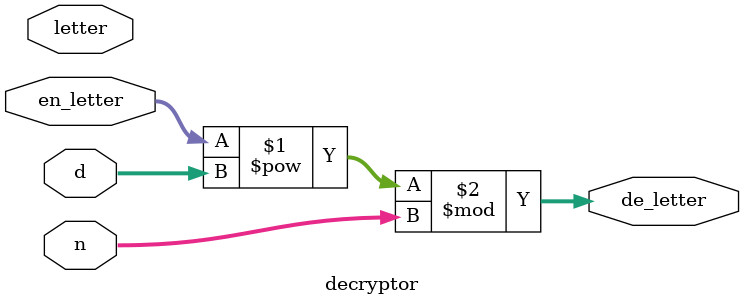
<source format=v>
module sixteenbitmultiplier(input[25:0] p,q,output[25:0] n);

   assign n = p*q;

endmodule

module keyGenerator(input clk,input[25:0] phi,output[25:0] e,d);	
	reg[25:0] i,p;
	initial begin
		i=26'd2;
		p=26'd24;
		while(p%i==0)begin
			i=i+26'd1;
		end
	end
	assign e=i;
	assign d=(phi+26'd1)/i;

endmodule

module encryptor(input[25:0] e,n,letter, output[25:0] en_letter);

    assign en_letter = (letter**e)%n;

endmodule

module decryptor(input[25:0] d,n,en_letter,letter, output[25:0] de_letter);

    assign de_letter = (en_letter**d)%n;

endmodule






</source>
